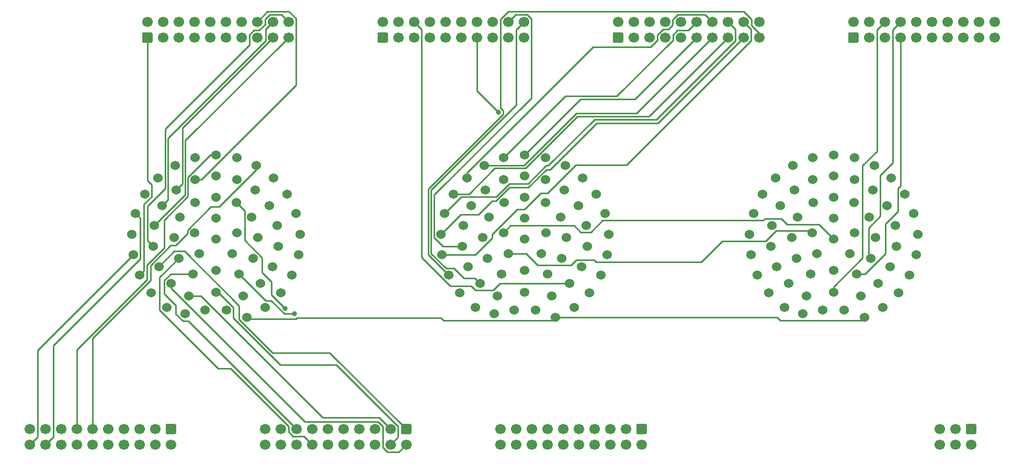
<source format=gbr>
G04 #@! TF.GenerationSoftware,KiCad,Pcbnew,(5.1.6)-1*
G04 #@! TF.CreationDate,2020-08-15T15:38:21+01:00*
G04 #@! TF.ProjectId,Sockets,536f636b-6574-4732-9e6b-696361645f70,rev?*
G04 #@! TF.SameCoordinates,Original*
G04 #@! TF.FileFunction,Copper,L3,Inr*
G04 #@! TF.FilePolarity,Positive*
%FSLAX46Y46*%
G04 Gerber Fmt 4.6, Leading zero omitted, Abs format (unit mm)*
G04 Created by KiCad (PCBNEW (5.1.6)-1) date 2020-08-15 15:38:21*
%MOMM*%
%LPD*%
G01*
G04 APERTURE LIST*
G04 #@! TA.AperFunction,ViaPad*
%ADD10C,1.524000*%
G04 #@! TD*
G04 #@! TA.AperFunction,ViaPad*
%ADD11C,1.700000*%
G04 #@! TD*
G04 #@! TA.AperFunction,ViaPad*
%ADD12C,0.800000*%
G04 #@! TD*
G04 #@! TA.AperFunction,Conductor*
%ADD13C,0.250000*%
G04 #@! TD*
G04 APERTURE END LIST*
D10*
X146670000Y-94080000D03*
X143980000Y-103100000D03*
X144210000Y-96470000D03*
X143220000Y-99750000D03*
X146270000Y-105660000D03*
X150000000Y-105080000D03*
X152670000Y-102390000D03*
X147330000Y-102390000D03*
X146570000Y-98960000D03*
X150000000Y-96650000D03*
X153430000Y-98960000D03*
X142760000Y-107190000D03*
X150000000Y-108590000D03*
X153730000Y-105660000D03*
X139870000Y-101170000D03*
X140040000Y-97760000D03*
X140810000Y-104450000D03*
X145610000Y-109220000D03*
X156020000Y-103100000D03*
X156780000Y-99750000D03*
X155790000Y-96470000D03*
X150000000Y-93220000D03*
X153330000Y-94080000D03*
X159960000Y-97760000D03*
X158660000Y-94590000D03*
X156380000Y-92020000D03*
X150000000Y-89790000D03*
X153380000Y-90370000D03*
X146620000Y-90370000D03*
X143620000Y-92020000D03*
X141340000Y-94590000D03*
X160130000Y-101170000D03*
X143420000Y-88060000D03*
X146600000Y-86820000D03*
X137020000Y-95830000D03*
X140650000Y-90070000D03*
X136390000Y-99240000D03*
X138470000Y-92710000D03*
X136610000Y-102570000D03*
X148270000Y-111530000D03*
X139510000Y-108710000D03*
X142020000Y-111050000D03*
X145020000Y-112100000D03*
X151730000Y-111530000D03*
X154390000Y-109220000D03*
X157240000Y-107190000D03*
X159190000Y-104450000D03*
X137680000Y-105840000D03*
X150000000Y-86360000D03*
X153400000Y-86820000D03*
X156580000Y-88060000D03*
X161530000Y-92710000D03*
X162980000Y-95830000D03*
X159350000Y-90070000D03*
X163610000Y-99240000D03*
X163390000Y-102570000D03*
X162320000Y-105840000D03*
X160490000Y-108710000D03*
X157980000Y-111050000D03*
X154980000Y-112700000D03*
X150000000Y-100000000D03*
X96670000Y-94080000D03*
X93980000Y-103100000D03*
X94210000Y-96470000D03*
X93220000Y-99750000D03*
X96270000Y-105660000D03*
X100000000Y-105080000D03*
X102670000Y-102390000D03*
X97330000Y-102390000D03*
X96570000Y-98960000D03*
X100000000Y-96650000D03*
X103430000Y-98960000D03*
X92760000Y-107190000D03*
X100000000Y-108590000D03*
X103730000Y-105660000D03*
X89870000Y-101170000D03*
X90040000Y-97760000D03*
X90810000Y-104450000D03*
X95610000Y-109220000D03*
X106020000Y-103100000D03*
X106780000Y-99750000D03*
X105790000Y-96470000D03*
X100000000Y-93220000D03*
X103330000Y-94080000D03*
X109960000Y-97760000D03*
X108660000Y-94590000D03*
X106380000Y-92020000D03*
X100000000Y-89790000D03*
X103380000Y-90370000D03*
X96620000Y-90370000D03*
X93620000Y-92020000D03*
X91340000Y-94590000D03*
X110130000Y-101170000D03*
X93420000Y-88060000D03*
X96600000Y-86820000D03*
X87020000Y-95830000D03*
X90650000Y-90070000D03*
X86390000Y-99240000D03*
X88470000Y-92710000D03*
X86610000Y-102570000D03*
X98270000Y-111530000D03*
X89510000Y-108710000D03*
X92020000Y-111050000D03*
X95020000Y-112100000D03*
X101730000Y-111530000D03*
X104390000Y-109220000D03*
X107240000Y-107190000D03*
X109190000Y-104450000D03*
X87680000Y-105840000D03*
X100000000Y-86360000D03*
X103400000Y-86820000D03*
X106580000Y-88060000D03*
X111530000Y-92710000D03*
X112980000Y-95830000D03*
X109350000Y-90070000D03*
X113610000Y-99240000D03*
X113390000Y-102570000D03*
X112320000Y-105840000D03*
X110490000Y-108710000D03*
X107980000Y-111050000D03*
X104980000Y-112700000D03*
X100000000Y-100000000D03*
X196670000Y-94080000D03*
X193980000Y-103100000D03*
X194210000Y-96470000D03*
X193220000Y-99750000D03*
X196270000Y-105660000D03*
X200000000Y-105080000D03*
X202670000Y-102390000D03*
X197330000Y-102390000D03*
X196570000Y-98960000D03*
X200000000Y-96650000D03*
X203430000Y-98960000D03*
X192760000Y-107190000D03*
X200000000Y-108590000D03*
X203730000Y-105660000D03*
X189870000Y-101170000D03*
X190040000Y-97760000D03*
X190810000Y-104450000D03*
X195610000Y-109220000D03*
X206020000Y-103100000D03*
X206780000Y-99750000D03*
X205790000Y-96470000D03*
X200000000Y-93220000D03*
X203330000Y-94080000D03*
X209960000Y-97760000D03*
X208660000Y-94590000D03*
X206380000Y-92020000D03*
X200000000Y-89790000D03*
X203380000Y-90370000D03*
X196620000Y-90370000D03*
X193620000Y-92020000D03*
X191340000Y-94590000D03*
X210130000Y-101170000D03*
X193420000Y-88060000D03*
X196600000Y-86820000D03*
X187020000Y-95830000D03*
X190650000Y-90070000D03*
X186390000Y-99240000D03*
X188470000Y-92710000D03*
X186610000Y-102570000D03*
X198270000Y-111530000D03*
X189510000Y-108710000D03*
X192020000Y-111050000D03*
X195020000Y-112100000D03*
X201730000Y-111530000D03*
X204390000Y-109220000D03*
X207240000Y-107190000D03*
X209190000Y-104450000D03*
X187680000Y-105840000D03*
X200000000Y-86360000D03*
X203400000Y-86820000D03*
X206580000Y-88060000D03*
X211530000Y-92710000D03*
X212980000Y-95830000D03*
X209350000Y-90070000D03*
X213610000Y-99240000D03*
X213390000Y-102570000D03*
X212320000Y-105840000D03*
X210490000Y-108710000D03*
X207980000Y-111050000D03*
X204980000Y-112700000D03*
X200000000Y-100000000D03*
G04 #@! TA.AperFunction,ViaPad*
G36*
G01*
X92110000Y-129960000D02*
X93310000Y-129960000D01*
G75*
G02*
X93560000Y-130210000I0J-250000D01*
G01*
X93560000Y-131410000D01*
G75*
G02*
X93310000Y-131660000I-250000J0D01*
G01*
X92110000Y-131660000D01*
G75*
G02*
X91860000Y-131410000I0J250000D01*
G01*
X91860000Y-130210000D01*
G75*
G02*
X92110000Y-129960000I250000J0D01*
G01*
G37*
G04 #@! TD.AperFunction*
D11*
X90170000Y-130810000D03*
X87630000Y-130810000D03*
X85090000Y-130810000D03*
X82550000Y-130810000D03*
X80010000Y-130810000D03*
X77470000Y-130810000D03*
X74930000Y-130810000D03*
X72390000Y-130810000D03*
X69850000Y-130810000D03*
X92710000Y-133350000D03*
X90170000Y-133350000D03*
X87630000Y-133350000D03*
X85090000Y-133350000D03*
X82550000Y-133350000D03*
X80010000Y-133350000D03*
X77470000Y-133350000D03*
X74930000Y-133350000D03*
X72390000Y-133350000D03*
X69850000Y-133350000D03*
G04 #@! TA.AperFunction,ViaPad*
G36*
G01*
X89500000Y-68160000D02*
X88300000Y-68160000D01*
G75*
G02*
X88050000Y-67910000I0J250000D01*
G01*
X88050000Y-66710000D01*
G75*
G02*
X88300000Y-66460000I250000J0D01*
G01*
X89500000Y-66460000D01*
G75*
G02*
X89750000Y-66710000I0J-250000D01*
G01*
X89750000Y-67910000D01*
G75*
G02*
X89500000Y-68160000I-250000J0D01*
G01*
G37*
G04 #@! TD.AperFunction*
X91440000Y-67310000D03*
X93980000Y-67310000D03*
X96520000Y-67310000D03*
X99060000Y-67310000D03*
X101600000Y-67310000D03*
X104140000Y-67310000D03*
X106680000Y-67310000D03*
X109220000Y-67310000D03*
X111760000Y-67310000D03*
X88900000Y-64770000D03*
X91440000Y-64770000D03*
X93980000Y-64770000D03*
X96520000Y-64770000D03*
X99060000Y-64770000D03*
X101600000Y-64770000D03*
X104140000Y-64770000D03*
X106680000Y-64770000D03*
X109220000Y-64770000D03*
X111760000Y-64770000D03*
X107950000Y-133350000D03*
X110490000Y-133350000D03*
X113030000Y-133350000D03*
X115570000Y-133350000D03*
X118110000Y-133350000D03*
X120650000Y-133350000D03*
X123190000Y-133350000D03*
X125730000Y-133350000D03*
X128270000Y-133350000D03*
X130810000Y-133350000D03*
X107950000Y-130810000D03*
X110490000Y-130810000D03*
X113030000Y-130810000D03*
X115570000Y-130810000D03*
X118110000Y-130810000D03*
X120650000Y-130810000D03*
X123190000Y-130810000D03*
X125730000Y-130810000D03*
X128270000Y-130810000D03*
G04 #@! TA.AperFunction,ViaPad*
G36*
G01*
X130210000Y-129960000D02*
X131410000Y-129960000D01*
G75*
G02*
X131660000Y-130210000I0J-250000D01*
G01*
X131660000Y-131410000D01*
G75*
G02*
X131410000Y-131660000I-250000J0D01*
G01*
X130210000Y-131660000D01*
G75*
G02*
X129960000Y-131410000I0J250000D01*
G01*
X129960000Y-130210000D01*
G75*
G02*
X130210000Y-129960000I250000J0D01*
G01*
G37*
G04 #@! TD.AperFunction*
G04 #@! TA.AperFunction,ViaPad*
G36*
G01*
X165700000Y-68160000D02*
X164500000Y-68160000D01*
G75*
G02*
X164250000Y-67910000I0J250000D01*
G01*
X164250000Y-66710000D01*
G75*
G02*
X164500000Y-66460000I250000J0D01*
G01*
X165700000Y-66460000D01*
G75*
G02*
X165950000Y-66710000I0J-250000D01*
G01*
X165950000Y-67910000D01*
G75*
G02*
X165700000Y-68160000I-250000J0D01*
G01*
G37*
G04 #@! TD.AperFunction*
X167640000Y-67310000D03*
X170180000Y-67310000D03*
X172720000Y-67310000D03*
X175260000Y-67310000D03*
X177800000Y-67310000D03*
X180340000Y-67310000D03*
X182880000Y-67310000D03*
X185420000Y-67310000D03*
X187960000Y-67310000D03*
X165100000Y-64770000D03*
X167640000Y-64770000D03*
X170180000Y-64770000D03*
X172720000Y-64770000D03*
X175260000Y-64770000D03*
X177800000Y-64770000D03*
X180340000Y-64770000D03*
X182880000Y-64770000D03*
X185420000Y-64770000D03*
X187960000Y-64770000D03*
X149860000Y-64770000D03*
X147320000Y-64770000D03*
X144780000Y-64770000D03*
X142240000Y-64770000D03*
X139700000Y-64770000D03*
X137160000Y-64770000D03*
X134620000Y-64770000D03*
X132080000Y-64770000D03*
X129540000Y-64770000D03*
X127000000Y-64770000D03*
X149860000Y-67310000D03*
X147320000Y-67310000D03*
X144780000Y-67310000D03*
X142240000Y-67310000D03*
X139700000Y-67310000D03*
X137160000Y-67310000D03*
X134620000Y-67310000D03*
X132080000Y-67310000D03*
X129540000Y-67310000D03*
G04 #@! TA.AperFunction,ViaPad*
G36*
G01*
X127600000Y-68160000D02*
X126400000Y-68160000D01*
G75*
G02*
X126150000Y-67910000I0J250000D01*
G01*
X126150000Y-66710000D01*
G75*
G02*
X126400000Y-66460000I250000J0D01*
G01*
X127600000Y-66460000D01*
G75*
G02*
X127850000Y-66710000I0J-250000D01*
G01*
X127850000Y-67910000D01*
G75*
G02*
X127600000Y-68160000I-250000J0D01*
G01*
G37*
G04 #@! TD.AperFunction*
G04 #@! TA.AperFunction,ViaPad*
G36*
G01*
X168310000Y-129960000D02*
X169510000Y-129960000D01*
G75*
G02*
X169760000Y-130210000I0J-250000D01*
G01*
X169760000Y-131410000D01*
G75*
G02*
X169510000Y-131660000I-250000J0D01*
G01*
X168310000Y-131660000D01*
G75*
G02*
X168060000Y-131410000I0J250000D01*
G01*
X168060000Y-130210000D01*
G75*
G02*
X168310000Y-129960000I250000J0D01*
G01*
G37*
G04 #@! TD.AperFunction*
X166370000Y-130810000D03*
X163830000Y-130810000D03*
X161290000Y-130810000D03*
X158750000Y-130810000D03*
X156210000Y-130810000D03*
X153670000Y-130810000D03*
X151130000Y-130810000D03*
X148590000Y-130810000D03*
X146050000Y-130810000D03*
X168910000Y-133350000D03*
X166370000Y-133350000D03*
X163830000Y-133350000D03*
X161290000Y-133350000D03*
X158750000Y-133350000D03*
X156210000Y-133350000D03*
X153670000Y-133350000D03*
X151130000Y-133350000D03*
X148590000Y-133350000D03*
X146050000Y-133350000D03*
X226060000Y-64770000D03*
X223520000Y-64770000D03*
X220980000Y-64770000D03*
X218440000Y-64770000D03*
X215900000Y-64770000D03*
X213360000Y-64770000D03*
X210820000Y-64770000D03*
X208280000Y-64770000D03*
X205740000Y-64770000D03*
X203200000Y-64770000D03*
X226060000Y-67310000D03*
X223520000Y-67310000D03*
X220980000Y-67310000D03*
X218440000Y-67310000D03*
X215900000Y-67310000D03*
X213360000Y-67310000D03*
X210820000Y-67310000D03*
X208280000Y-67310000D03*
X205740000Y-67310000D03*
G04 #@! TA.AperFunction,ViaPad*
G36*
G01*
X203800000Y-68160000D02*
X202600000Y-68160000D01*
G75*
G02*
X202350000Y-67910000I0J250000D01*
G01*
X202350000Y-66710000D01*
G75*
G02*
X202600000Y-66460000I250000J0D01*
G01*
X203800000Y-66460000D01*
G75*
G02*
X204050000Y-66710000I0J-250000D01*
G01*
X204050000Y-67910000D01*
G75*
G02*
X203800000Y-68160000I-250000J0D01*
G01*
G37*
G04 #@! TD.AperFunction*
G04 #@! TA.AperFunction,ViaPad*
G36*
G01*
X221650000Y-129960000D02*
X222850000Y-129960000D01*
G75*
G02*
X223100000Y-130210000I0J-250000D01*
G01*
X223100000Y-131410000D01*
G75*
G02*
X222850000Y-131660000I-250000J0D01*
G01*
X221650000Y-131660000D01*
G75*
G02*
X221400000Y-131410000I0J250000D01*
G01*
X221400000Y-130210000D01*
G75*
G02*
X221650000Y-129960000I250000J0D01*
G01*
G37*
G04 #@! TD.AperFunction*
X219710000Y-130810000D03*
X217170000Y-130810000D03*
X222250000Y-133350000D03*
X219710000Y-133350000D03*
X217170000Y-133350000D03*
D12*
X111209700Y-111235800D03*
X112747400Y-112121200D03*
X145749400Y-79452700D03*
D13*
X80010000Y-130810000D02*
X80010000Y-116057400D01*
X80010000Y-116057400D02*
X89419900Y-106647500D01*
X89419900Y-106647500D02*
X89419900Y-104299900D01*
X89419900Y-104299900D02*
X92681200Y-101038600D01*
X92681200Y-101038600D02*
X93471200Y-101038600D01*
X93471200Y-101038600D02*
X95447400Y-99062400D01*
X95447400Y-99062400D02*
X95447400Y-98541900D01*
X95447400Y-98541900D02*
X99204500Y-94784800D01*
X99204500Y-94784800D02*
X100537700Y-94784800D01*
X100537700Y-94784800D02*
X106580000Y-88742500D01*
X106580000Y-88742500D02*
X106580000Y-88060000D01*
X77470000Y-130810000D02*
X77470000Y-117957000D01*
X77470000Y-117957000D02*
X88824000Y-106603000D01*
X88824000Y-106603000D02*
X88824000Y-104231600D01*
X88824000Y-104231600D02*
X91619600Y-101436000D01*
X91619600Y-101436000D02*
X91619600Y-96937800D01*
X91619600Y-96937800D02*
X95488600Y-93068800D01*
X95488600Y-93068800D02*
X95488600Y-89962900D01*
X95488600Y-89962900D02*
X99091500Y-86360000D01*
X99091500Y-86360000D02*
X100000000Y-86360000D01*
X88900000Y-67310000D02*
X88900000Y-90499900D01*
X88900000Y-90499900D02*
X89587500Y-91187400D01*
X89587500Y-91187400D02*
X89587500Y-93130400D01*
X89587500Y-93130400D02*
X88373600Y-94344300D01*
X88373600Y-94344300D02*
X88373600Y-105146400D01*
X88373600Y-105146400D02*
X87680000Y-105840000D01*
X69850000Y-133350000D02*
X71120000Y-132080000D01*
X71120000Y-132080000D02*
X71120000Y-118060000D01*
X71120000Y-118060000D02*
X86610000Y-102570000D01*
X72390000Y-133350000D02*
X73660000Y-132080000D01*
X73660000Y-132080000D02*
X73660000Y-117244200D01*
X73660000Y-117244200D02*
X87702200Y-103202000D01*
X87702200Y-103202000D02*
X87702200Y-96512200D01*
X87702200Y-96512200D02*
X87020000Y-95830000D01*
X91340000Y-94590000D02*
X92249900Y-93680100D01*
X92249900Y-93680100D02*
X92249900Y-83635500D01*
X92249900Y-83635500D02*
X108044600Y-67840800D01*
X108044600Y-67840800D02*
X108044600Y-65945400D01*
X108044600Y-65945400D02*
X109220000Y-64770000D01*
X109220000Y-67310000D02*
X94587900Y-81942100D01*
X94587900Y-81942100D02*
X94587900Y-91052100D01*
X94587900Y-91052100D02*
X93620000Y-92020000D01*
X106680000Y-64770000D02*
X108340200Y-63109800D01*
X108340200Y-63109800D02*
X111821300Y-63109800D01*
X111821300Y-63109800D02*
X112935400Y-64223900D01*
X112935400Y-64223900D02*
X112935400Y-75057000D01*
X112935400Y-75057000D02*
X97622400Y-90370000D01*
X97622400Y-90370000D02*
X96620000Y-90370000D01*
X111209700Y-111235800D02*
X109023300Y-109049400D01*
X109023300Y-109049400D02*
X109023300Y-106910700D01*
X109023300Y-106910700D02*
X107504800Y-105392200D01*
X107504800Y-105392200D02*
X107504800Y-103004400D01*
X107504800Y-103004400D02*
X104702600Y-100202200D01*
X104702600Y-100202200D02*
X104702600Y-95452600D01*
X104702600Y-95452600D02*
X103330000Y-94080000D01*
X95610000Y-109220000D02*
X97530700Y-109220000D01*
X97530700Y-109220000D02*
X117272100Y-128961400D01*
X117272100Y-128961400D02*
X126421400Y-128961400D01*
X126421400Y-128961400D02*
X128270000Y-130810000D01*
X130810000Y-130810000D02*
X118433200Y-118433200D01*
X118433200Y-118433200D02*
X109171700Y-118433200D01*
X109171700Y-118433200D02*
X103752900Y-113014400D01*
X103752900Y-113014400D02*
X103752900Y-110804600D01*
X103752900Y-110804600D02*
X94931700Y-101983400D01*
X94931700Y-101983400D02*
X93276600Y-101983400D01*
X93276600Y-101983400D02*
X90810000Y-104450000D01*
X111760000Y-67310000D02*
X95038200Y-84031800D01*
X95038200Y-84031800D02*
X95038200Y-92761800D01*
X95038200Y-92761800D02*
X90040000Y-97760000D01*
X89870000Y-101170000D02*
X88928700Y-100228700D01*
X88928700Y-100228700D02*
X88928700Y-94689500D01*
X88928700Y-94689500D02*
X91799500Y-91818700D01*
X91799500Y-91818700D02*
X91799500Y-82095900D01*
X91799500Y-82095900D02*
X105410000Y-68485400D01*
X105410000Y-68485400D02*
X105410000Y-66879000D01*
X105410000Y-66879000D02*
X106154400Y-66134600D01*
X106154400Y-66134600D02*
X106994800Y-66134600D01*
X106994800Y-66134600D02*
X107950000Y-65179400D01*
X107950000Y-65179400D02*
X107950000Y-64373500D01*
X107950000Y-64373500D02*
X108729200Y-63594300D01*
X108729200Y-63594300D02*
X110584300Y-63594300D01*
X110584300Y-63594300D02*
X111760000Y-64770000D01*
X103730000Y-105660000D02*
X108032600Y-109962600D01*
X108032600Y-109962600D02*
X108910800Y-109962600D01*
X108910800Y-109962600D02*
X111069400Y-112121200D01*
X111069400Y-112121200D02*
X112747400Y-112121200D01*
X128270000Y-133350000D02*
X129500800Y-132119200D01*
X129500800Y-132119200D02*
X129500800Y-130375100D01*
X129500800Y-130375100D02*
X119496800Y-120371100D01*
X119496800Y-120371100D02*
X110472700Y-120371100D01*
X110472700Y-120371100D02*
X102852200Y-112750600D01*
X102852200Y-112750600D02*
X102852200Y-111104200D01*
X102852200Y-111104200D02*
X100338000Y-108590000D01*
X100338000Y-108590000D02*
X100000000Y-108590000D01*
X130810000Y-133350000D02*
X129591300Y-134568700D01*
X129591300Y-134568700D02*
X127770300Y-134568700D01*
X127770300Y-134568700D02*
X127000000Y-133798400D01*
X127000000Y-133798400D02*
X127000000Y-130403200D01*
X127000000Y-130403200D02*
X126231400Y-129634600D01*
X126231400Y-129634600D02*
X114447100Y-129634600D01*
X114447100Y-129634600D02*
X92760000Y-107947500D01*
X92760000Y-107947500D02*
X92760000Y-107190000D01*
X113030000Y-130810000D02*
X95520000Y-113300000D01*
X95520000Y-113300000D02*
X94655300Y-113300000D01*
X94655300Y-113300000D02*
X93520500Y-112165200D01*
X93520500Y-112165200D02*
X93520500Y-110715400D01*
X93520500Y-110715400D02*
X91656800Y-108851700D01*
X91656800Y-108851700D02*
X91656800Y-106716400D01*
X91656800Y-106716400D02*
X92713200Y-105660000D01*
X92713200Y-105660000D02*
X96270000Y-105660000D01*
X115570000Y-133350000D02*
X114205400Y-131985400D01*
X114205400Y-131985400D02*
X112504400Y-131985400D01*
X112504400Y-131985400D02*
X111760000Y-131241000D01*
X111760000Y-131241000D02*
X111760000Y-130393100D01*
X111760000Y-130393100D02*
X102355900Y-120989000D01*
X102355900Y-120989000D02*
X100347700Y-120989000D01*
X100347700Y-120989000D02*
X90892100Y-111533400D01*
X90892100Y-111533400D02*
X90892100Y-106187900D01*
X90892100Y-106187900D02*
X93980000Y-103100000D01*
X196570000Y-98960000D02*
X196242000Y-98632000D01*
X196242000Y-98632000D02*
X190705900Y-98632000D01*
X190705900Y-98632000D02*
X188967200Y-100370700D01*
X188967200Y-100370700D02*
X181972800Y-100370700D01*
X181972800Y-100370700D02*
X178620500Y-103723000D01*
X178620500Y-103723000D02*
X161600400Y-103723000D01*
X161600400Y-103723000D02*
X161233000Y-103355600D01*
X161233000Y-103355600D02*
X158388300Y-103355600D01*
X158388300Y-103355600D02*
X157517200Y-104226700D01*
X157517200Y-104226700D02*
X152064600Y-104226700D01*
X152064600Y-104226700D02*
X150227900Y-102390000D01*
X150227900Y-102390000D02*
X147330000Y-102390000D01*
X200000000Y-100000000D02*
X197643400Y-97643400D01*
X197643400Y-97643400D02*
X192501900Y-97643400D01*
X192501900Y-97643400D02*
X191531100Y-96672600D01*
X191531100Y-96672600D02*
X188877800Y-96672600D01*
X188877800Y-96672600D02*
X188589100Y-96961300D01*
X188589100Y-96961300D02*
X162586300Y-96961300D01*
X162586300Y-96961300D02*
X160690800Y-98856800D01*
X160690800Y-98856800D02*
X159066800Y-98856800D01*
X159066800Y-98856800D02*
X158020800Y-97810800D01*
X158020800Y-97810800D02*
X147719200Y-97810800D01*
X147719200Y-97810800D02*
X146570000Y-98960000D01*
X142760000Y-107190000D02*
X141933900Y-106363900D01*
X141933900Y-106363900D02*
X140139000Y-106363900D01*
X140139000Y-106363900D02*
X138523300Y-104748200D01*
X138523300Y-104748200D02*
X137247600Y-104748200D01*
X137247600Y-104748200D02*
X134842100Y-102342700D01*
X134842100Y-102342700D02*
X134842100Y-92022700D01*
X134842100Y-92022700D02*
X148590000Y-78274800D01*
X148590000Y-78274800D02*
X148590000Y-66040000D01*
X148590000Y-66040000D02*
X149860000Y-64770000D01*
X139870000Y-101170000D02*
X136747900Y-101170000D01*
X136747900Y-101170000D02*
X135299700Y-99721800D01*
X135299700Y-99721800D02*
X135299700Y-92838900D01*
X135299700Y-92838900D02*
X151035700Y-77102900D01*
X151035700Y-77102900D02*
X151035700Y-64248200D01*
X151035700Y-64248200D02*
X150360800Y-63573300D01*
X150360800Y-63573300D02*
X148516700Y-63573300D01*
X148516700Y-63573300D02*
X147320000Y-64770000D01*
X142240000Y-67310000D02*
X142240000Y-75943300D01*
X142240000Y-75943300D02*
X145749400Y-79452700D01*
X143420000Y-88060000D02*
X149867600Y-88060000D01*
X149867600Y-88060000D02*
X158328500Y-79599100D01*
X158328500Y-79599100D02*
X168050900Y-79599100D01*
X168050900Y-79599100D02*
X180340000Y-67310000D01*
X177800000Y-64770000D02*
X176435400Y-66134600D01*
X176435400Y-66134600D02*
X174734400Y-66134600D01*
X174734400Y-66134600D02*
X173990100Y-66878900D01*
X173990100Y-66878900D02*
X173990100Y-67749000D01*
X173990100Y-67749000D02*
X164900000Y-76839100D01*
X164900000Y-76839100D02*
X156580900Y-76839100D01*
X156580900Y-76839100D02*
X146600000Y-86820000D01*
X137020000Y-95830000D02*
X139689600Y-93160400D01*
X139689600Y-93160400D02*
X145397000Y-93160400D01*
X145397000Y-93160400D02*
X147550400Y-91007000D01*
X147550400Y-91007000D02*
X150568200Y-91007000D01*
X150568200Y-91007000D02*
X153479200Y-88096000D01*
X153479200Y-88096000D02*
X153797800Y-88096000D01*
X153797800Y-88096000D02*
X161284900Y-80608900D01*
X161284900Y-80608900D02*
X171286100Y-80608900D01*
X171286100Y-80608900D02*
X184095300Y-67799700D01*
X184095300Y-67799700D02*
X184095300Y-65985300D01*
X184095300Y-65985300D02*
X182880000Y-64770000D01*
X180340000Y-64770000D02*
X179164600Y-63594600D01*
X179164600Y-63594600D02*
X174771100Y-63594600D01*
X174771100Y-63594600D02*
X173972100Y-64393600D01*
X173972100Y-64393600D02*
X173972100Y-65266500D01*
X173972100Y-65266500D02*
X173293200Y-65945400D01*
X173293200Y-65945400D02*
X172419600Y-65945400D01*
X172419600Y-65945400D02*
X171450100Y-66914900D01*
X171450100Y-66914900D02*
X171450100Y-67757700D01*
X171450100Y-67757700D02*
X170348300Y-68859500D01*
X170348300Y-68859500D02*
X161067200Y-68859500D01*
X161067200Y-68859500D02*
X140650000Y-89276700D01*
X140650000Y-89276700D02*
X140650000Y-90070000D01*
X136390000Y-99240000D02*
X139620400Y-96009600D01*
X139620400Y-96009600D02*
X142547800Y-96009600D01*
X142547800Y-96009600D02*
X144701500Y-93855900D01*
X144701500Y-93855900D02*
X145338400Y-93855900D01*
X145338400Y-93855900D02*
X147550300Y-91644000D01*
X147550300Y-91644000D02*
X150568100Y-91644000D01*
X150568100Y-91644000D02*
X153506500Y-88705600D01*
X153506500Y-88705600D02*
X154143300Y-88705600D01*
X154143300Y-88705600D02*
X161660900Y-81188000D01*
X161660900Y-81188000D02*
X171542000Y-81188000D01*
X171542000Y-81188000D02*
X185420000Y-67310000D01*
X138470000Y-92710000D02*
X140980000Y-92710000D01*
X140980000Y-92710000D02*
X145179600Y-88510400D01*
X145179600Y-88510400D02*
X150129100Y-88510400D01*
X150129100Y-88510400D02*
X158535500Y-80104000D01*
X158535500Y-80104000D02*
X170086000Y-80104000D01*
X170086000Y-80104000D02*
X182880000Y-67310000D01*
X185420000Y-64770000D02*
X186610700Y-65960700D01*
X186610700Y-65960700D02*
X186610700Y-67788400D01*
X186610700Y-67788400D02*
X166460100Y-87939000D01*
X166460100Y-87939000D02*
X158251800Y-87939000D01*
X158251800Y-87939000D02*
X153675500Y-92515300D01*
X153675500Y-92515300D02*
X152596900Y-92515300D01*
X152596900Y-92515300D02*
X149944800Y-95167400D01*
X149944800Y-95167400D02*
X148790000Y-95167400D01*
X148790000Y-95167400D02*
X144704800Y-99252600D01*
X144704800Y-99252600D02*
X144704800Y-99847000D01*
X144704800Y-99847000D02*
X141981800Y-102570000D01*
X141981800Y-102570000D02*
X136610000Y-102570000D01*
X132080000Y-64770000D02*
X133255300Y-65945300D01*
X133255300Y-65945300D02*
X133255300Y-102954900D01*
X133255300Y-102954900D02*
X137923000Y-107622600D01*
X137923000Y-107622600D02*
X141357600Y-107622600D01*
X141357600Y-107622600D02*
X142018700Y-108283700D01*
X142018700Y-108283700D02*
X144922800Y-108283700D01*
X144922800Y-108283700D02*
X146016500Y-107190000D01*
X146016500Y-107190000D02*
X157240000Y-107190000D01*
X137680000Y-105840000D02*
X134376900Y-102536900D01*
X134376900Y-102536900D02*
X134376900Y-91851000D01*
X134376900Y-91851000D02*
X146474700Y-79753200D01*
X146474700Y-79753200D02*
X146474700Y-79152200D01*
X146474700Y-79152200D02*
X146105700Y-78783200D01*
X146105700Y-78783200D02*
X146105700Y-64313500D01*
X146105700Y-64313500D02*
X147316100Y-63103100D01*
X147316100Y-63103100D02*
X185471100Y-63103100D01*
X185471100Y-63103100D02*
X186690000Y-64322000D01*
X186690000Y-64322000D02*
X186690000Y-65403100D01*
X186690000Y-65403100D02*
X187960000Y-66673100D01*
X187960000Y-66673100D02*
X187960000Y-67310000D01*
X177800000Y-67310000D02*
X167820500Y-77289500D01*
X167820500Y-77289500D02*
X159070500Y-77289500D01*
X159070500Y-77289500D02*
X150000000Y-86360000D01*
X208280000Y-64770000D02*
X207010000Y-66040000D01*
X207010000Y-66040000D02*
X207010000Y-85750100D01*
X207010000Y-85750100D02*
X204702600Y-88057500D01*
X204702600Y-88057500D02*
X204702600Y-103077400D01*
X204702600Y-103077400D02*
X200000000Y-107780000D01*
X200000000Y-107780000D02*
X200000000Y-108590000D01*
X210820000Y-67310000D02*
X210820000Y-91392700D01*
X210820000Y-91392700D02*
X210417800Y-91794900D01*
X210417800Y-91794900D02*
X210417800Y-95517100D01*
X210417800Y-95517100D02*
X208400500Y-97534400D01*
X208400500Y-97534400D02*
X208400500Y-102330900D01*
X208400500Y-102330900D02*
X205071400Y-105660000D01*
X205071400Y-105660000D02*
X203730000Y-105660000D01*
X210820000Y-64770000D02*
X209550000Y-66040000D01*
X209550000Y-66040000D02*
X209550000Y-87642600D01*
X209550000Y-87642600D02*
X207567900Y-89624700D01*
X207567900Y-89624700D02*
X207567900Y-96286500D01*
X207567900Y-96286500D02*
X205641700Y-98212700D01*
X205641700Y-98212700D02*
X205641700Y-102721700D01*
X205641700Y-102721700D02*
X206020000Y-103100000D01*
X204980000Y-112700000D02*
X204471100Y-113208900D01*
X204471100Y-113208900D02*
X191366900Y-113208900D01*
X191366900Y-113208900D02*
X190858000Y-112700000D01*
X190858000Y-112700000D02*
X154980000Y-112700000D01*
X104980000Y-112700000D02*
X105193400Y-112913400D01*
X105193400Y-112913400D02*
X112981000Y-112913400D01*
X112981000Y-112913400D02*
X113121200Y-112773200D01*
X113121200Y-112773200D02*
X136452200Y-112773200D01*
X136452200Y-112773200D02*
X136876100Y-113197100D01*
X136876100Y-113197100D02*
X154482900Y-113197100D01*
X154482900Y-113197100D02*
X154980000Y-112700000D01*
M02*

</source>
